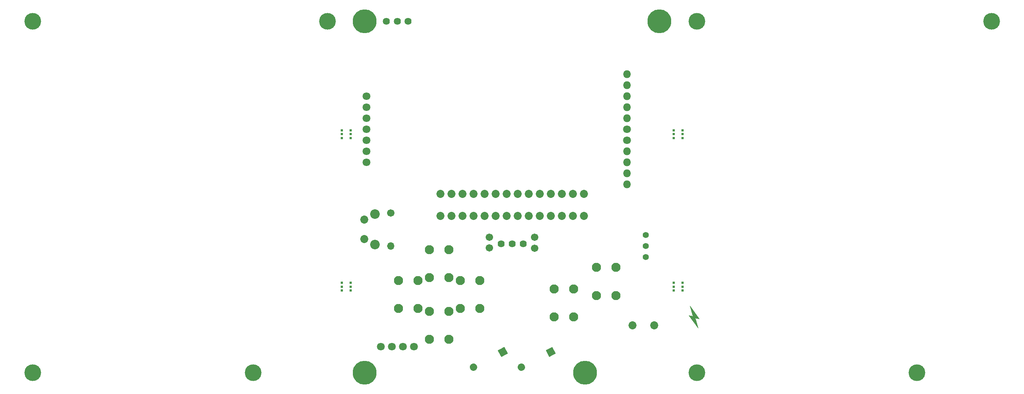
<source format=gbr>
G04 #@! TF.GenerationSoftware,KiCad,Pcbnew,(5.1.9-0-10_14)*
G04 #@! TF.CreationDate,2021-02-12T21:14:34-08:00*
G04 #@! TF.ProjectId,system,73797374-656d-42e6-9b69-6361645f7063,1.0-dev2*
G04 #@! TF.SameCoordinates,Original*
G04 #@! TF.FileFunction,Soldermask,Bot*
G04 #@! TF.FilePolarity,Negative*
%FSLAX46Y46*%
G04 Gerber Fmt 4.6, Leading zero omitted, Abs format (unit mm)*
G04 Created by KiCad (PCBNEW (5.1.9-0-10_14)) date 2021-02-12 21:14:34*
%MOMM*%
%LPD*%
G01*
G04 APERTURE LIST*
%ADD10C,0.100000*%
%ADD11O,1.801600X1.801600*%
%ADD12C,1.801600*%
%ADD13C,2.101600*%
%ADD14C,3.851600*%
%ADD15C,1.851600*%
%ADD16C,1.401600*%
%ADD17C,0.609600*%
%ADD18C,5.501599*%
%ADD19C,5.501600*%
%ADD20C,1.701600*%
%ADD21O,1.701600X1.701600*%
%ADD22C,1.625600*%
%ADD23C,2.201600*%
%ADD24C,1.621600*%
G04 APERTURE END LIST*
D10*
G36*
X182753000Y-138684000D02*
G01*
X181356000Y-138430000D01*
X180594000Y-135763000D01*
X182753000Y-138684000D01*
G37*
X182753000Y-138684000D02*
X181356000Y-138430000D01*
X180594000Y-135763000D01*
X182753000Y-138684000D01*
G36*
X181737000Y-138176000D02*
G01*
X182499000Y-140843000D01*
X180340000Y-137922000D01*
X181737000Y-138176000D01*
G37*
X181737000Y-138176000D02*
X182499000Y-140843000D01*
X180340000Y-137922000D01*
X181737000Y-138176000D01*
G36*
X182753000Y-138684000D02*
G01*
X181356000Y-138430000D01*
X180594000Y-135763000D01*
X182753000Y-138684000D01*
G37*
X182753000Y-138684000D02*
X181356000Y-138430000D01*
X180594000Y-135763000D01*
X182753000Y-138684000D01*
G36*
X181737000Y-138176000D02*
G01*
X182499000Y-140843000D01*
X180340000Y-137922000D01*
X181737000Y-138176000D01*
G37*
X181737000Y-138176000D02*
X182499000Y-140843000D01*
X180340000Y-137922000D01*
X181737000Y-138176000D01*
D11*
X166116000Y-84836000D03*
X166116000Y-100076000D03*
X166116000Y-107696000D03*
X166116000Y-102616000D03*
X166116000Y-105156000D03*
X166116000Y-82296000D03*
D12*
X166116000Y-97536000D03*
D11*
X166116000Y-87376000D03*
X166116000Y-89916000D03*
X166116000Y-92456000D03*
D12*
X166116000Y-94996000D03*
X106200000Y-102616000D03*
X106200000Y-100076000D03*
X106200000Y-97536000D03*
X106200000Y-94996000D03*
X106200000Y-92456000D03*
X106200000Y-89916000D03*
X106200000Y-87376000D03*
D13*
X153852000Y-138303000D03*
X149352000Y-138303000D03*
X153852000Y-131803000D03*
X149352000Y-131803000D03*
X163631000Y-133350000D03*
X159131000Y-133350000D03*
X163631000Y-126850000D03*
X159131000Y-126850000D03*
X125186000Y-129234000D03*
X120686000Y-129234000D03*
X125186000Y-122734000D03*
X120686000Y-122734000D03*
X120686000Y-136958000D03*
X125186000Y-136958000D03*
X120686000Y-143458000D03*
X125186000Y-143458000D03*
X118074000Y-136346000D03*
X113574000Y-136346000D03*
X118074000Y-129846000D03*
X113574000Y-129846000D03*
X127798000Y-129846000D03*
X132298000Y-129846000D03*
X127798000Y-136346000D03*
X132298000Y-136346000D03*
D14*
X249999500Y-70104000D03*
X232854500Y-151130000D03*
X182181500Y-70104000D03*
X182181500Y-151130000D03*
D15*
X156210000Y-109920000D03*
X153670000Y-109920000D03*
X151130000Y-109920000D03*
X148590000Y-109920000D03*
X146050000Y-109920000D03*
X143510000Y-109920000D03*
X140970000Y-109920000D03*
X138430000Y-109920000D03*
X135890000Y-109920000D03*
X133350000Y-109920000D03*
X130810000Y-109920000D03*
X128270000Y-109920000D03*
X125730000Y-109920000D03*
X123190000Y-109920000D03*
X123190000Y-115000000D03*
X125730000Y-115000000D03*
X128270000Y-115000000D03*
X130810000Y-115000000D03*
X133350000Y-115000000D03*
X135890000Y-115000000D03*
X156210000Y-115000000D03*
X153670000Y-115000000D03*
X151130000Y-115000000D03*
X148590000Y-115000000D03*
X146050000Y-115000000D03*
X143510000Y-115000000D03*
X138430000Y-115000000D03*
X140970000Y-115000000D03*
D16*
X170434000Y-121920000D03*
X170434000Y-124460000D03*
X170434000Y-119380000D03*
D14*
X97218500Y-70104000D03*
X80073500Y-151130000D03*
X29400500Y-70104000D03*
X29400500Y-151130000D03*
D17*
X178911000Y-131318000D03*
X178911000Y-130429000D03*
X178911000Y-132207000D03*
X176879000Y-130429000D03*
X176879000Y-131318000D03*
X176879000Y-132207000D03*
X176879000Y-97028000D03*
X176879000Y-96139000D03*
X176879000Y-95250000D03*
X178911000Y-97028000D03*
X178911000Y-95250000D03*
X178911000Y-96139000D03*
X100489000Y-96139000D03*
X100489000Y-97028000D03*
X100489000Y-95250000D03*
X102521000Y-97028000D03*
X102521000Y-96139000D03*
X102521000Y-95250000D03*
X102521000Y-130429000D03*
X102521000Y-131318000D03*
X102521000Y-132207000D03*
X100489000Y-130429000D03*
X100489000Y-132207000D03*
X100489000Y-131318000D03*
D18*
X105791000Y-151130000D03*
X105791000Y-70104000D03*
X156464000Y-151130000D03*
D19*
X173609000Y-70104000D03*
D15*
X172426000Y-140208000D03*
X167426000Y-140208000D03*
D20*
X134493000Y-119888000D03*
X134493000Y-122388000D03*
X144907000Y-119928000D03*
X144907000Y-122428000D03*
G36*
G01*
X142585646Y-149467144D02*
X142585646Y-149467144D01*
G75*
G02*
X142223833Y-150614669I-754669J-392856D01*
G01*
X142223833Y-150614669D01*
G75*
G02*
X141076308Y-150252856I-392856J754669D01*
G01*
X141076308Y-150252856D01*
G75*
G02*
X141438121Y-149105331I754669J392856D01*
G01*
X141438121Y-149105331D01*
G75*
G02*
X142585646Y-149467144I392856J-754669D01*
G01*
G37*
G36*
G01*
X148975270Y-145239011D02*
X149714068Y-146658229D01*
G75*
G02*
X149692465Y-146726746I-45060J-23457D01*
G01*
X148273247Y-147465544D01*
G75*
G02*
X148204730Y-147443941I-23457J45060D01*
G01*
X147465932Y-146024723D01*
G75*
G02*
X147487535Y-145956206I45060J23457D01*
G01*
X148906753Y-145217408D01*
G75*
G02*
X148975270Y-145239011I23457J-45060D01*
G01*
G37*
G36*
G01*
X137954293Y-145239011D02*
X138693091Y-146658229D01*
G75*
G02*
X138671488Y-146726746I-45060J-23457D01*
G01*
X137252270Y-147465544D01*
G75*
G02*
X137183753Y-147443941I-23457J45060D01*
G01*
X136444955Y-146024723D01*
G75*
G02*
X136466558Y-145956206I45060J23457D01*
G01*
X137885776Y-145217408D01*
G75*
G02*
X137954293Y-145239011I23457J-45060D01*
G01*
G37*
G36*
G01*
X131564669Y-149467144D02*
X131564669Y-149467144D01*
G75*
G02*
X131202856Y-150614669I-754669J-392856D01*
G01*
X131202856Y-150614669D01*
G75*
G02*
X130055331Y-150252856I-392856J754669D01*
G01*
X130055331Y-150252856D01*
G75*
G02*
X130417144Y-149105331I754669J392856D01*
G01*
X130417144Y-149105331D01*
G75*
G02*
X131564669Y-149467144I392856J-754669D01*
G01*
G37*
X111760000Y-114300000D03*
D21*
X111760000Y-121920000D03*
D22*
X110794800Y-70104000D03*
X113284000Y-70104000D03*
X115773200Y-70104000D03*
D23*
X108154000Y-121584000D03*
D15*
X105664000Y-120324000D03*
X105664000Y-115824000D03*
D23*
X108154000Y-114574000D03*
D12*
X114554000Y-145161000D03*
X112014000Y-145161000D03*
X117094000Y-145161000D03*
X109474000Y-145161000D03*
D24*
X137160000Y-121412000D03*
X142240000Y-121412000D03*
X139700000Y-121412000D03*
M02*

</source>
